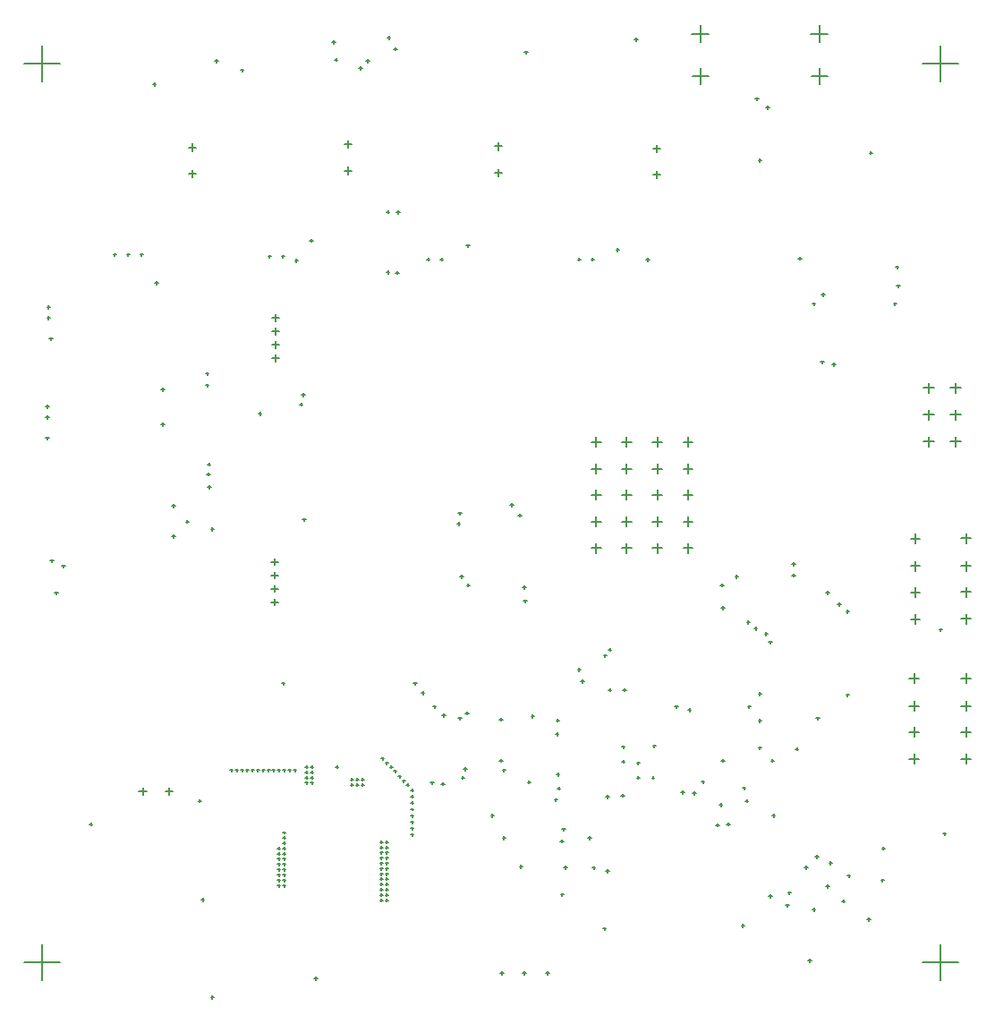
<source format=gbr>
%TF.GenerationSoftware,Altium Limited,Altium Designer,21.7.2 (23)*%
G04 Layer_Color=128*
%FSLAX24Y24*%
%MOIN*%
%TF.SameCoordinates,DA776ED6-ADCF-4D54-B547-66972558000F*%
%TF.FilePolarity,Positive*%
%TF.FileFunction,Drillmap*%
%TF.Part,Single*%
G01*
G75*
%TA.AperFunction,NonConductor*%
%ADD76C,0.0050*%
D76*
X34787Y23362D02*
X35181D01*
X34984Y23165D02*
Y23559D01*
X35787Y23362D02*
X36181D01*
X35984Y23165D02*
Y23559D01*
X34787Y22362D02*
X35181D01*
X34984Y22165D02*
Y22559D01*
X35787Y22362D02*
X36181D01*
X35984Y22165D02*
Y22559D01*
X34787Y21362D02*
X35181D01*
X34984Y21165D02*
Y21559D01*
X35787Y21362D02*
X36181D01*
X35984Y21165D02*
Y21559D01*
X22421Y19386D02*
X22776D01*
X22598Y19209D02*
Y19563D01*
X22421Y17402D02*
X22776D01*
X22598Y17224D02*
Y17579D01*
X22421Y18386D02*
X22776D01*
X22598Y18209D02*
Y18563D01*
X22421Y21354D02*
X22776D01*
X22598Y21177D02*
Y21532D01*
X22421Y20354D02*
X22776D01*
X22598Y20177D02*
Y20531D01*
X23563Y19386D02*
X23917D01*
X23740Y19209D02*
Y19563D01*
X23563Y17402D02*
X23917D01*
X23740Y17224D02*
Y17579D01*
X23563Y18386D02*
X23917D01*
X23740Y18209D02*
Y18563D01*
X23563Y21354D02*
X23917D01*
X23740Y21177D02*
Y21532D01*
X23563Y20354D02*
X23917D01*
X23740Y20177D02*
Y20531D01*
X24705Y19386D02*
X25059D01*
X24882Y19209D02*
Y19563D01*
X24705Y17402D02*
X25059D01*
X24882Y17224D02*
Y17579D01*
X24705Y18386D02*
X25059D01*
X24882Y18209D02*
Y18563D01*
X24705Y21354D02*
X25059D01*
X24882Y21177D02*
Y21532D01*
X24705Y20354D02*
X25059D01*
X24882Y20177D02*
Y20531D01*
X25846Y19386D02*
X26201D01*
X26024Y19209D02*
Y19563D01*
X25846Y17402D02*
X26201D01*
X26024Y17224D02*
Y17579D01*
X25846Y18386D02*
X26201D01*
X26024Y18209D02*
Y18563D01*
X25846Y21354D02*
X26201D01*
X26024Y21177D02*
Y21532D01*
X25846Y20354D02*
X26201D01*
X26024Y20177D02*
Y20531D01*
X13228Y32441D02*
X13504D01*
X13366Y32303D02*
Y32579D01*
X13228Y31457D02*
X13504D01*
X13366Y31319D02*
Y31594D01*
X18819Y32362D02*
X19094D01*
X18957Y32224D02*
Y32500D01*
X18819Y31378D02*
X19094D01*
X18957Y31240D02*
Y31516D01*
X7421Y32323D02*
X7697D01*
X7559Y32185D02*
Y32461D01*
X7421Y31339D02*
X7697D01*
X7559Y31201D02*
Y31476D01*
X26173Y36555D02*
X26803D01*
X26488Y36240D02*
Y36870D01*
X30598Y36555D02*
X31228D01*
X30913Y36240D02*
Y36870D01*
X26189Y34980D02*
X26787D01*
X26488Y34681D02*
Y35280D01*
X30614Y34980D02*
X31213D01*
X30913Y34681D02*
Y35280D01*
X24724Y32283D02*
X25000D01*
X24862Y32146D02*
Y32421D01*
X24724Y31299D02*
X25000D01*
X24862Y31161D02*
Y31437D01*
X10541Y25988D02*
X10797D01*
X10669Y25860D02*
Y26116D01*
X10541Y25488D02*
X10797D01*
X10669Y25360D02*
Y25616D01*
X10541Y24988D02*
X10797D01*
X10669Y24860D02*
Y25116D01*
X10541Y24488D02*
X10797D01*
X10669Y24360D02*
Y24616D01*
X10502Y16892D02*
X10758D01*
X10630Y16764D02*
Y17020D01*
X10502Y16392D02*
X10758D01*
X10630Y16264D02*
Y16520D01*
X10502Y15892D02*
X10758D01*
X10630Y15764D02*
Y16020D01*
X10502Y15392D02*
X10758D01*
X10630Y15264D02*
Y15520D01*
X36201Y16732D02*
X36555D01*
X36378Y16555D02*
Y16909D01*
X36201Y14764D02*
X36555D01*
X36378Y14587D02*
Y14941D01*
X36201Y15764D02*
X36555D01*
X36378Y15587D02*
Y15941D01*
X36201Y17764D02*
X36555D01*
X36378Y17587D02*
Y17941D01*
X34311Y16728D02*
X34665D01*
X34488Y16551D02*
Y16906D01*
X34311Y14760D02*
X34665D01*
X34488Y14583D02*
Y14937D01*
X34311Y15760D02*
X34665D01*
X34488Y15583D02*
Y15937D01*
X34311Y17760D02*
X34665D01*
X34488Y17583D02*
Y17937D01*
X36201Y11520D02*
X36555D01*
X36378Y11343D02*
Y11697D01*
X36201Y9551D02*
X36555D01*
X36378Y9374D02*
Y9728D01*
X36201Y10551D02*
X36555D01*
X36378Y10374D02*
Y10728D01*
X36201Y12551D02*
X36555D01*
X36378Y12374D02*
Y12728D01*
X34272Y11520D02*
X34626D01*
X34449Y11343D02*
Y11697D01*
X34272Y9551D02*
X34626D01*
X34449Y9374D02*
Y9728D01*
X34272Y10551D02*
X34626D01*
X34449Y10374D02*
Y10728D01*
X34272Y12551D02*
X34626D01*
X34449Y12374D02*
Y12728D01*
X34764Y1969D02*
X36102D01*
X35433Y1299D02*
Y2638D01*
X1299Y1969D02*
X2638D01*
X1969Y1299D02*
Y2638D01*
X1299Y35433D02*
X2638D01*
X1969Y34764D02*
Y36102D01*
X34764Y35433D02*
X36102D01*
X35433Y34764D02*
Y36102D01*
X6555Y8346D02*
X6831D01*
X6693Y8209D02*
Y8484D01*
X5571Y8346D02*
X5846D01*
X5709Y8209D02*
Y8484D01*
X31959Y5197D02*
X32057D01*
X32008Y5148D02*
Y5246D01*
X31762Y4252D02*
X31860D01*
X31811Y4203D02*
Y4301D01*
X33219Y5039D02*
X33317D01*
X33268Y4990D02*
Y5089D01*
X28524Y34134D02*
X28642D01*
X28583Y34075D02*
Y34193D01*
X31161Y4803D02*
X31280D01*
X31220Y4744D02*
Y4862D01*
X30650Y3937D02*
X30768D01*
X30709Y3878D02*
Y3996D01*
X32697Y3583D02*
X32815D01*
X32756Y3524D02*
Y3642D01*
X30374Y5512D02*
X30492D01*
X30433Y5453D02*
Y5571D01*
X33248Y6220D02*
X33366D01*
X33307Y6161D02*
Y6280D01*
X31280Y5669D02*
X31398D01*
X31339Y5610D02*
Y5728D01*
X30768Y5906D02*
X30886D01*
X30827Y5846D02*
Y5965D01*
X29665Y4094D02*
X29783D01*
X29724Y4035D02*
Y4154D01*
X30492Y2047D02*
X30610D01*
X30551Y1988D02*
Y2106D01*
X27185Y7835D02*
X27303D01*
X27244Y7776D02*
Y7894D01*
X27067Y7087D02*
X27185D01*
X27126Y7028D02*
Y7146D01*
X27461Y7126D02*
X27579D01*
X27520Y7067D02*
Y7185D01*
X29744Y4567D02*
X29862D01*
X29803Y4508D02*
Y4626D01*
X21333Y6933D02*
X21451D01*
X21392Y6873D02*
Y6992D01*
X28642Y11968D02*
X28760D01*
X28701Y11909D02*
Y12028D01*
X31909Y11929D02*
X32028D01*
X31969Y11870D02*
Y11988D01*
X31909Y15039D02*
X32028D01*
X31969Y14980D02*
Y15098D01*
X28248Y11496D02*
X28366D01*
X28307Y11437D02*
Y11555D01*
X28642Y9961D02*
X28760D01*
X28701Y9902D02*
Y10020D01*
X35379Y14365D02*
X35497D01*
X35438Y14305D02*
Y14424D01*
X8248Y669D02*
X8366D01*
X8307Y610D02*
Y728D01*
X7883Y4316D02*
X8001D01*
X7942Y4257D02*
Y4375D01*
X7776Y7992D02*
X7894D01*
X7835Y7933D02*
Y8051D01*
X22958Y5372D02*
X23076D01*
X23017Y5313D02*
Y5431D01*
X29035Y4449D02*
X29154D01*
X29094Y4390D02*
Y4508D01*
X31594Y15315D02*
X31713D01*
X31654Y15256D02*
Y15374D01*
X31161Y15748D02*
X31280D01*
X31220Y15689D02*
Y15807D01*
X28642Y10984D02*
X28760D01*
X28701Y10925D02*
Y11043D01*
X30807Y11063D02*
X30925D01*
X30866Y11004D02*
Y11122D01*
X29154Y7441D02*
X29272D01*
X29213Y7382D02*
Y7500D01*
X30020Y9921D02*
X30138D01*
X30079Y9862D02*
Y9980D01*
X28150Y7988D02*
X28268D01*
X28209Y7929D02*
Y8047D01*
X27224Y16024D02*
X27343D01*
X27283Y15965D02*
Y16083D01*
X27776Y16339D02*
X27894D01*
X27835Y16280D02*
Y16398D01*
X29114Y9488D02*
X29232D01*
X29173Y9429D02*
Y9547D01*
X28051Y8465D02*
X28169D01*
X28110Y8406D02*
Y8524D01*
X27274Y15177D02*
X27392D01*
X27333Y15118D02*
Y15236D01*
X27264Y9488D02*
X27382D01*
X27323Y9429D02*
Y9547D01*
X26023Y11369D02*
X26141D01*
X26082Y11310D02*
Y11428D01*
X26516Y8701D02*
X26634D01*
X26575Y8642D02*
Y8760D01*
X19114Y9134D02*
X19232D01*
X19173Y9075D02*
Y9193D01*
X21398Y5512D02*
X21516D01*
X21457Y5453D02*
Y5571D01*
X19744Y5551D02*
X19862D01*
X19803Y5492D02*
Y5610D01*
X18996Y9488D02*
X19114D01*
X19055Y9429D02*
Y9547D01*
X18996Y11024D02*
X19114D01*
X19055Y10965D02*
Y11083D01*
X19114Y6614D02*
X19232D01*
X19173Y6555D02*
Y6673D01*
X17724Y11260D02*
X17843D01*
X17783Y11201D02*
Y11319D01*
X18681Y7441D02*
X18799D01*
X18740Y7382D02*
Y7500D01*
X22455Y5496D02*
X22573D01*
X22514Y5437D02*
Y5555D01*
X17657Y9173D02*
X17776D01*
X17717Y9114D02*
Y9232D01*
X16870Y11181D02*
X16988D01*
X16929Y11122D02*
Y11240D01*
X17776Y16024D02*
X17894D01*
X17835Y15965D02*
Y16083D01*
X19902Y15433D02*
X20020D01*
X19961Y15374D02*
Y15492D01*
X23602Y12126D02*
X23720D01*
X23661Y12067D02*
Y12185D01*
X20044Y8689D02*
X20162D01*
X20103Y8630D02*
Y8748D01*
X17579Y8858D02*
X17697D01*
X17638Y8799D02*
Y8917D01*
X16516Y11496D02*
X16634D01*
X16575Y11437D02*
Y11555D01*
X17539Y16339D02*
X17657D01*
X17598Y16280D02*
Y16398D01*
X25531Y11496D02*
X25650D01*
X25591Y11437D02*
Y11555D01*
X23053Y13625D02*
X23171D01*
X23112Y13566D02*
Y13684D01*
X22877Y13394D02*
X22995D01*
X22936Y13335D02*
Y13453D01*
X19862Y15945D02*
X19980D01*
X19921Y15886D02*
Y16004D01*
X21152Y8456D02*
X21270D01*
X21211Y8396D02*
Y8515D01*
X16831Y8622D02*
X16949D01*
X16890Y8563D02*
Y8681D01*
X16437Y8661D02*
X16555D01*
X16496Y8602D02*
Y8720D01*
X16087Y12012D02*
X16205D01*
X16146Y11953D02*
Y12071D01*
X17421Y18307D02*
X17539D01*
X17480Y18248D02*
Y18366D01*
X21122Y8976D02*
X21240D01*
X21181Y8917D02*
Y9035D01*
X10886Y12362D02*
X11004D01*
X10945Y12303D02*
Y12421D01*
X13455Y8780D02*
X13553D01*
X13504Y8730D02*
Y8829D01*
X13652Y8583D02*
X13750D01*
X13701Y8533D02*
Y8632D01*
X13652Y8780D02*
X13750D01*
X13701Y8730D02*
Y8829D01*
X13455Y8583D02*
X13553D01*
X13504Y8533D02*
Y8632D01*
X15699Y8150D02*
X15797D01*
X15748Y8100D02*
Y8199D01*
X15699Y7913D02*
X15797D01*
X15748Y7864D02*
Y7963D01*
X15699Y8386D02*
X15797D01*
X15748Y8337D02*
Y8435D01*
X29892Y16393D02*
X30010D01*
X29951Y16334D02*
Y16452D01*
X29035Y13898D02*
X29154D01*
X29094Y13839D02*
Y13957D01*
X29902Y16811D02*
X30020D01*
X29961Y16752D02*
Y16870D01*
X21043Y8031D02*
X21161D01*
X21102Y7972D02*
Y8091D01*
X15807Y12362D02*
X15925D01*
X15866Y12303D02*
Y12421D01*
X17461Y18701D02*
X17579D01*
X17520Y18642D02*
Y18760D01*
X21913Y12878D02*
X22032D01*
X21972Y12819D02*
Y12937D01*
X23051Y12126D02*
X23169D01*
X23110Y12067D02*
Y12185D01*
X22028Y12441D02*
X22146D01*
X22087Y12382D02*
Y12500D01*
X19390Y19016D02*
X19508D01*
X19449Y18957D02*
Y19075D01*
X19705Y18622D02*
X19823D01*
X19764Y18563D02*
Y18681D01*
X20728Y1570D02*
X20846D01*
X20787Y1511D02*
Y1629D01*
X21115Y10988D02*
X21233D01*
X21174Y10929D02*
Y11047D01*
X17461Y11063D02*
X17579D01*
X17520Y11004D02*
Y11122D01*
X21083Y10472D02*
X21201D01*
X21142Y10413D02*
Y10532D01*
X15140Y27657D02*
X15259D01*
X15200Y27598D02*
Y27716D01*
X15170Y29910D02*
X15288D01*
X15229Y29851D02*
Y29969D01*
X14035Y35551D02*
X14154D01*
X14094Y35492D02*
Y35610D01*
X14783Y27677D02*
X14902D01*
X14843Y27618D02*
Y27736D01*
X14783Y29921D02*
X14902D01*
X14843Y29862D02*
Y29980D01*
X13760Y35276D02*
X13878D01*
X13819Y35217D02*
Y35335D01*
X11634Y23110D02*
X11752D01*
X11693Y23051D02*
Y23169D01*
X8051Y23898D02*
X8169D01*
X8110Y23839D02*
Y23957D01*
X6398Y23307D02*
X6516D01*
X6457Y23248D02*
Y23366D01*
X8051Y23465D02*
X8169D01*
X8110Y23406D02*
Y23524D01*
X11555Y22756D02*
X11673D01*
X11614Y22697D02*
Y22815D01*
X10020Y22402D02*
X10138D01*
X10079Y22343D02*
Y22461D01*
X11673Y18465D02*
X11791D01*
X11732Y18406D02*
Y18524D01*
X8248Y18110D02*
X8366D01*
X8307Y18051D02*
Y18169D01*
X7313Y18386D02*
X7411D01*
X7362Y18337D02*
Y18435D01*
X6791Y17835D02*
X6909D01*
X6850Y17776D02*
Y17894D01*
X8119Y20523D02*
X8237D01*
X8178Y20464D02*
Y20582D01*
X30138Y28189D02*
X30256D01*
X30197Y28130D02*
Y28248D01*
X24469Y28150D02*
X24587D01*
X24528Y28091D02*
Y28209D01*
X8130Y19685D02*
X8248D01*
X8189Y19626D02*
Y19744D01*
X8091Y20157D02*
X8209D01*
X8150Y20098D02*
Y20217D01*
X6791Y18976D02*
X6909D01*
X6850Y18917D02*
Y19035D01*
X2441Y15730D02*
X2559D01*
X2500Y15671D02*
Y15789D01*
X2697Y16732D02*
X2815D01*
X2756Y16673D02*
Y16791D01*
X2264Y16929D02*
X2382D01*
X2323Y16870D02*
Y16988D01*
X25768Y8307D02*
X25886D01*
X25827Y8248D02*
Y8366D01*
X26201Y8268D02*
X26319D01*
X26260Y8209D02*
Y8327D01*
X6398Y22008D02*
X6516D01*
X6457Y21949D02*
Y22067D01*
X2106Y22283D02*
X2224D01*
X2165Y22224D02*
Y22343D01*
X2106Y21496D02*
X2224D01*
X2165Y21437D02*
Y21555D01*
X2106Y22677D02*
X2224D01*
X2165Y22618D02*
Y22736D01*
X2146Y26378D02*
X2264D01*
X2205Y26319D02*
Y26437D01*
X6161Y27283D02*
X6280D01*
X6220Y27224D02*
Y27343D01*
X4622Y28342D02*
X4720D01*
X4671Y28293D02*
Y28391D01*
X5122Y28342D02*
X5220D01*
X5171Y28293D02*
Y28391D01*
X3730Y7126D02*
X3829D01*
X3780Y7077D02*
Y7175D01*
X8967Y9134D02*
X9065D01*
X9016Y9085D02*
Y9183D01*
X9163Y9134D02*
X9262D01*
X9213Y9085D02*
Y9183D01*
X9360Y9134D02*
X9459D01*
X9409Y9085D02*
Y9183D01*
X2146Y25984D02*
X2264D01*
X2205Y25925D02*
Y26043D01*
X2224Y25197D02*
X2343D01*
X2283Y25138D02*
Y25256D01*
X24035Y36339D02*
X24154D01*
X24094Y36280D02*
Y36398D01*
X19941Y35866D02*
X20059D01*
X20000Y35807D02*
Y35925D01*
X14823Y36417D02*
X14941D01*
X14882Y36358D02*
Y36476D01*
X12768Y36236D02*
X12886D01*
X12827Y36177D02*
Y36296D01*
X8406Y35551D02*
X8524D01*
X8465Y35492D02*
Y35610D01*
X6083Y34685D02*
X6201D01*
X6142Y34626D02*
Y34744D01*
X15064Y35989D02*
X15182D01*
X15123Y35930D02*
Y36048D01*
X12854Y35591D02*
X12972D01*
X12913Y35531D02*
Y35650D01*
X9360Y35197D02*
X9459D01*
X9409Y35148D02*
Y35246D01*
X16295Y28145D02*
X16394D01*
X16344Y28096D02*
Y28194D01*
X11378Y28110D02*
X11496D01*
X11437Y28051D02*
Y28169D01*
X16795Y28145D02*
X16894D01*
X16844Y28096D02*
Y28194D01*
X11935Y28858D02*
X12053D01*
X11994Y28799D02*
Y28917D01*
X17768Y28661D02*
X17886D01*
X17827Y28602D02*
Y28720D01*
X5622Y28342D02*
X5720D01*
X5671Y28293D02*
Y28391D01*
X10890Y28263D02*
X10988D01*
X10939Y28214D02*
Y28312D01*
X10390Y28263D02*
X10488D01*
X10439Y28214D02*
Y28312D01*
X23346Y28504D02*
X23465D01*
X23406Y28445D02*
Y28563D01*
X22410Y28147D02*
X22508D01*
X22459Y28098D02*
Y28196D01*
X21910Y28147D02*
X22008D01*
X21959Y28098D02*
Y28196D01*
X15699Y6732D02*
X15797D01*
X15748Y6683D02*
Y6781D01*
X15699Y6969D02*
X15797D01*
X15748Y6919D02*
Y7018D01*
X15699Y7205D02*
X15797D01*
X15748Y7156D02*
Y7254D01*
X15699Y7441D02*
X15797D01*
X15748Y7392D02*
Y7490D01*
X15699Y7677D02*
X15797D01*
X15748Y7628D02*
Y7726D01*
X15541Y8583D02*
X15640D01*
X15591Y8533D02*
Y8632D01*
X15384Y8740D02*
X15482D01*
X15433Y8691D02*
Y8789D01*
X15226Y8898D02*
X15325D01*
X15276Y8848D02*
Y8947D01*
X15069Y9094D02*
X15167D01*
X15118Y9045D02*
Y9144D01*
X14911Y9252D02*
X15010D01*
X14961Y9203D02*
Y9301D01*
X14754Y9409D02*
X14852D01*
X14803Y9360D02*
Y9459D01*
X14596Y9567D02*
X14695D01*
X14646Y9518D02*
Y9616D01*
X11329Y9134D02*
X11427D01*
X11378Y9085D02*
Y9183D01*
X9557Y9134D02*
X9656D01*
X9606Y9085D02*
Y9183D01*
X9754Y9134D02*
X9852D01*
X9803Y9085D02*
Y9183D01*
X9951Y9134D02*
X10049D01*
X10000Y9085D02*
Y9183D01*
X10148Y9134D02*
X10246D01*
X10197Y9085D02*
Y9183D01*
X10344Y9134D02*
X10443D01*
X10394Y9085D02*
Y9183D01*
X10541Y9134D02*
X10640D01*
X10591Y9085D02*
Y9183D01*
X10738Y9134D02*
X10837D01*
X10787Y9085D02*
Y9183D01*
X10935Y9134D02*
X11033D01*
X10984Y9085D02*
Y9183D01*
X11132Y9134D02*
X11230D01*
X11181Y9085D02*
Y9183D01*
X28878Y14213D02*
X28996D01*
X28937Y14154D02*
Y14272D01*
X28484Y14409D02*
X28602D01*
X28543Y14350D02*
Y14468D01*
X14754Y4291D02*
X14852D01*
X14803Y4242D02*
Y4341D01*
X21280Y4494D02*
X21398D01*
X21339Y4435D02*
Y4553D01*
X22849Y3227D02*
X22968D01*
X22908Y3168D02*
Y3286D01*
X28012Y3346D02*
X28130D01*
X28071Y3287D02*
Y3406D01*
X12106Y1378D02*
X12224D01*
X12165Y1319D02*
Y1437D01*
X13848Y8780D02*
X13947D01*
X13898Y8730D02*
Y8829D01*
X13848Y8583D02*
X13947D01*
X13898Y8533D02*
Y8632D01*
X11762Y9252D02*
X11860D01*
X11811Y9203D02*
Y9301D01*
X11959Y9252D02*
X12057D01*
X12008Y9203D02*
Y9301D01*
X11762Y8661D02*
X11860D01*
X11811Y8612D02*
Y8711D01*
X11762Y8858D02*
X11860D01*
X11811Y8809D02*
Y8907D01*
X11762Y9055D02*
X11860D01*
X11811Y9006D02*
Y9104D01*
X11959Y9055D02*
X12057D01*
X12008Y9006D02*
Y9104D01*
X11959Y8858D02*
X12057D01*
X12008Y8809D02*
Y8907D01*
X11959Y8661D02*
X12057D01*
X12008Y8612D02*
Y8711D01*
X14754Y4488D02*
X14852D01*
X14803Y4439D02*
Y4537D01*
X14754Y4685D02*
X14852D01*
X14803Y4636D02*
Y4734D01*
X14754Y4882D02*
X14852D01*
X14803Y4833D02*
Y4931D01*
X14754Y5079D02*
X14852D01*
X14803Y5030D02*
Y5128D01*
X14754Y5276D02*
X14852D01*
X14803Y5226D02*
Y5325D01*
X14754Y5472D02*
X14852D01*
X14803Y5423D02*
Y5522D01*
X14754Y5669D02*
X14852D01*
X14803Y5620D02*
Y5719D01*
X14754Y5866D02*
X14852D01*
X14803Y5817D02*
Y5915D01*
X14754Y6063D02*
X14852D01*
X14803Y6014D02*
Y6112D01*
X14754Y6260D02*
X14852D01*
X14803Y6211D02*
Y6309D01*
X14754Y6457D02*
X14852D01*
X14803Y6407D02*
Y6506D01*
X14557Y6457D02*
X14656D01*
X14606Y6407D02*
Y6506D01*
X14557Y6260D02*
X14656D01*
X14606Y6211D02*
Y6309D01*
X14557Y6063D02*
X14656D01*
X14606Y6014D02*
Y6112D01*
X14557Y5866D02*
X14656D01*
X14606Y5817D02*
Y5915D01*
X14557Y5669D02*
X14656D01*
X14606Y5620D02*
Y5719D01*
X14557Y5472D02*
X14656D01*
X14606Y5423D02*
Y5522D01*
X14557Y5276D02*
X14656D01*
X14606Y5226D02*
Y5325D01*
X14557Y5079D02*
X14656D01*
X14606Y5030D02*
Y5128D01*
X14557Y4882D02*
X14656D01*
X14606Y4833D02*
Y4931D01*
X14557Y4685D02*
X14656D01*
X14606Y4636D02*
Y4734D01*
X14557Y4488D02*
X14656D01*
X14606Y4439D02*
Y4537D01*
X14557Y4291D02*
X14656D01*
X14606Y4242D02*
Y4341D01*
X10935Y6811D02*
X11033D01*
X10984Y6762D02*
Y6860D01*
X10935Y6614D02*
X11033D01*
X10984Y6565D02*
Y6663D01*
X10738Y5039D02*
X10837D01*
X10787Y4990D02*
Y5089D01*
X10738Y5236D02*
X10837D01*
X10787Y5187D02*
Y5285D01*
X10738Y5433D02*
X10837D01*
X10787Y5384D02*
Y5482D01*
X10738Y5630D02*
X10837D01*
X10787Y5581D02*
Y5679D01*
X10738Y5827D02*
X10837D01*
X10787Y5778D02*
Y5876D01*
X10738Y6024D02*
X10837D01*
X10787Y5974D02*
Y6073D01*
X10738Y6220D02*
X10837D01*
X10787Y6171D02*
Y6270D01*
X10935Y6417D02*
X11033D01*
X10984Y6368D02*
Y6467D01*
X10935Y6220D02*
X11033D01*
X10984Y6171D02*
Y6270D01*
X10935Y6024D02*
X11033D01*
X10984Y5974D02*
Y6073D01*
X10935Y5827D02*
X11033D01*
X10984Y5778D02*
Y5876D01*
X10935Y5630D02*
X11033D01*
X10984Y5581D02*
Y5679D01*
X10935Y5433D02*
X11033D01*
X10984Y5384D02*
Y5482D01*
X10935Y5236D02*
X11033D01*
X10984Y5187D02*
Y5285D01*
X10935Y5039D02*
X11033D01*
X10984Y4990D02*
Y5089D01*
X10935Y4843D02*
X11033D01*
X10984Y4793D02*
Y4892D01*
X10738Y4843D02*
X10837D01*
X10787Y4793D02*
Y4892D01*
X20177Y11136D02*
X20295D01*
X20236Y11076D02*
Y11195D01*
X31398Y24252D02*
X31516D01*
X31457Y24193D02*
Y24311D01*
X30965Y24331D02*
X31083D01*
X31024Y24272D02*
Y24390D01*
X31004Y26850D02*
X31122D01*
X31063Y26791D02*
Y26909D01*
X30650Y26496D02*
X30768D01*
X30709Y26437D02*
Y26555D01*
X28925Y33813D02*
X29043D01*
X28984Y33754D02*
Y33872D01*
X28642Y31850D02*
X28760D01*
X28701Y31791D02*
Y31909D01*
X33799Y27165D02*
X33917D01*
X33858Y27106D02*
Y27224D01*
X33681Y26496D02*
X33799D01*
X33740Y26437D02*
Y26555D01*
X33770Y27874D02*
X33868D01*
X33819Y27825D02*
Y27923D01*
X35541Y6772D02*
X35640D01*
X35591Y6722D02*
Y6821D01*
X32785Y32126D02*
X32884D01*
X32835Y32077D02*
Y32175D01*
X24715Y10039D02*
X24813D01*
X24764Y9990D02*
Y10089D01*
X24124Y9409D02*
X24222D01*
X24173Y9360D02*
Y9459D01*
X24675Y8858D02*
X24774D01*
X24724Y8809D02*
Y8907D01*
X24124Y8858D02*
X24222D01*
X24173Y8809D02*
Y8907D01*
X23573Y9449D02*
X23671D01*
X23622Y9400D02*
Y9498D01*
X23573Y10000D02*
X23671D01*
X23622Y9951D02*
Y10049D01*
X28209Y14646D02*
X28327D01*
X28268Y14587D02*
Y14705D01*
X21260Y6488D02*
X21378D01*
X21319Y6429D02*
Y6547D01*
X22303Y6614D02*
X22421D01*
X22362Y6555D02*
Y6673D01*
X23524Y8189D02*
X23642D01*
X23583Y8130D02*
Y8248D01*
X22972Y8150D02*
X23091D01*
X23031Y8091D02*
Y8209D01*
X19862Y1570D02*
X19980D01*
X19921Y1511D02*
Y1629D01*
X19035Y1570D02*
X19154D01*
X19094Y1511D02*
Y1629D01*
X12904Y9252D02*
X13002D01*
X12953Y9203D02*
Y9301D01*
%TF.MD5,8d95440d46b7ccf866d79ee6558653ed*%
M02*

</source>
